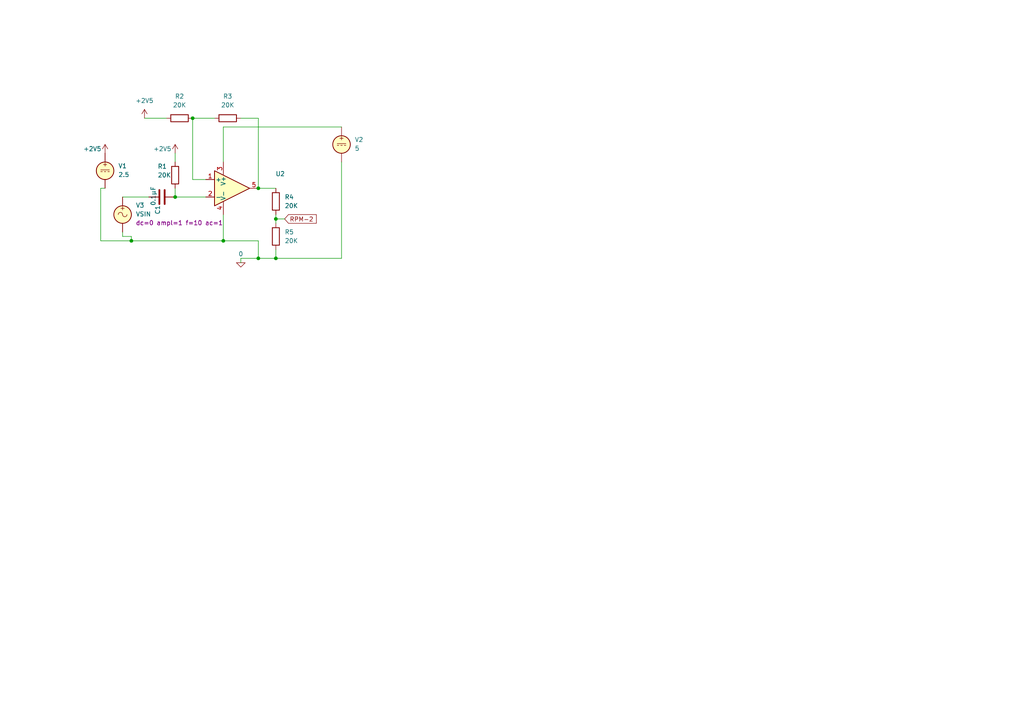
<source format=kicad_sch>
(kicad_sch (version 20230121) (generator eeschema)
  (paper "A4")
  (lib_symbols
    (symbol "Device:C" (pin_numbers hide) (pin_names (offset 0.254))
      (property "Reference" "C" (at 0.635 2.54 0))
      (property "Value" "C" (at 0.635 -2.54 0))
      (symbol "C_0_1"
        (polyline (pts (xy -2.032 -0.762) (xy 2.032 -0.762)) (stroke (width 0.508)))
        (polyline (pts (xy -2.032 0.762) (xy 2.032 0.762)) (stroke (width 0.508)))
      )
      (symbol "C_1_1"
        (pin passive line (at 0 3.81 270) (length 2.794) (name "~") (number "1"))
        (pin passive line (at 0 -3.81 90) (length 2.794) (name "~") (number "2"))
      )
    )
    (symbol "Device:R" (pin_numbers hide) (pin_names (offset 0))
      (property "Reference" "R" (at 2.032 0 90))
      (property "Value" "R" (at 0 0 90))
      (symbol "R_0_1"
        (rectangle (start -1.016 -2.54) (end 1.016 2.54) (stroke (width 0.254)))
      )
      (symbol "R_1_1"
        (pin passive line (at 0 3.81 270) (length 1.27) (name "~") (number "1"))
        (pin passive line (at 0 -3.81 90) (length 1.27) (name "~") (number "2"))
      )
    )
    (symbol "Simulation_SPICE:0" (power) (pin_names (offset 0))
      (property "Value" "0" (at 0 -1.778 0))
      (symbol "0_0_1"
        (polyline (pts (xy -1.27 0) (xy 0 -1.27) (xy 1.27 0) (xy -1.27 0)))
      )
      (symbol "0_1_1"
        (pin power_in line (at 0 0 0) (length 0) hide (name "0") (number "1"))
      )
    )
    (symbol "Simulation_SPICE:OPAMP" (pin_names (offset 0.254))
      (property "Reference" "U" (at 3.81 3.175 0))
      (property "Value" "${SIM.PARAMS}" (at 3.81 -3.175 0))
      (symbol "OPAMP_0_1"
        (polyline (pts (xy 5.08 0) (xy -5.08 5.08) (xy -5.08 -5.08) (xy 5.08 0)) (stroke (width 0.254)) (fill (type background)))
      )
      (symbol "OPAMP_1_1"
        (pin input line (at -7.62 2.54 0) (length 2.54) (name "+") (number "1"))
        (pin input line (at -7.62 -2.54 0) (length 2.54) (name "-") (number "2"))
        (pin power_in line (at -2.54 7.62 270) (length 3.81) (name "V+") (number "3"))
        (pin power_in line (at -2.54 -7.62 90) (length 3.81) (name "V-") (number "4"))
        (pin output line (at 7.62 0 180) (length 2.54) (name "~") (number "5"))
      )
    )
    (symbol "Simulation_SPICE:VDC" (pin_numbers hide) (pin_names (offset 0.0254))
      (property "Reference" "V" (at 2.54 2.54 0))
      (property "Value" "1" (at 2.54 0 0))
      (symbol "VDC_0_0"
        (polyline (pts (xy -1.27 0.254) (xy 1.27 0.254)))
        (polyline (pts (xy -0.762 -0.254) (xy -1.27 -0.254)))
        (polyline (pts (xy 0.254 -0.254) (xy -0.254 -0.254)))
        (polyline (pts (xy 1.27 -0.254) (xy 0.762 -0.254)))
        (text "+" (at 0 1.905 0) (effects (font (size 1.27 1.27))))
      )
      (symbol "VDC_0_1"
        (circle (center 0 0) (radius 2.54) (stroke (width 0.254)) (fill (type background)))
      )
      (symbol "VDC_1_1"
        (pin passive line (at 0 5.08 270) (length 2.54) (name "~") (number "1"))
        (pin passive line (at 0 -5.08 90) (length 2.54) (name "~") (number "2"))
      )
    )
    (symbol "Simulation_SPICE:VSIN" (pin_numbers hide) (pin_names (offset 0.0254))
      (property "Reference" "V" (at 2.54 2.54 0))
      (property "Value" "VSIN" (at 2.54 0 0))
      (property "Sim.Params" "dc=0 ampl=1 f=1k ac=1" (at 2.54 -2.54 0))
      (symbol "VSIN_0_0"
        (arc (start 0 0) (mid -0.635 0.6323) (end -1.27 0))
        (arc (start 0 0) (mid 0.635 -0.6323) (end 1.27 0))
        (text "+" (at 0 1.905 0) (effects (font (size 1.27 1.27))))
      )
      (symbol "VSIN_0_1"
        (circle (center 0 0) (radius 2.54) (stroke (width 0.254)) (fill (type background)))
      )
      (symbol "VSIN_1_1"
        (pin passive line (at 0 5.08 270) (length 2.54) (name "~") (number "1"))
        (pin passive line (at 0 -5.08 90) (length 2.54) (name "~") (number "2"))
      )
    )
    (symbol "power:+2V5" (power) (pin_names (offset 0))
      (property "Value" "+2V5" (at 0 3.556 0))
      (symbol "+2V5_0_1"
        (polyline (pts (xy -0.762 1.27) (xy 0 2.54)))
        (polyline (pts (xy 0 0) (xy 0 2.54)))
        (polyline (pts (xy 0 2.54) (xy 0.762 1.27)))
      )
      (symbol "+2V5_1_1"
        (pin power_in line (at 0 0 90) (length 0) hide (name "+2V5") (number "1"))
      )
    )
  )
  (junction (at 55.88 34.29))
  (junction (at 80.01 63.5))
  (junction (at 80.01 74.93))
  (junction (at 38.1 69.85))
  (junction (at 64.77 69.85))
  (junction (at 74.93 74.93))
  (junction (at 50.8 57.15))
  (junction (at 74.93 54.61))
  (wire (pts (xy 55.88 52.07) (xy 55.88 34.29)))
  (wire (pts (xy 80.01 74.93) (xy 80.01 72.39)))
  (wire (pts (xy 99.06 36.83) (xy 64.77 36.83)))
  (wire (pts (xy 69.85 76.2) (xy 69.85 74.93)))
  (wire (pts (xy 35.56 68.58) (xy 35.56 67.31)))
  (wire (pts (xy 74.93 69.85) (xy 74.93 74.93)))
  (wire (pts (xy 35.56 68.58) (xy 38.1 68.58)))
  (wire (pts (xy 74.93 34.29) (xy 74.93 54.61)))
  (wire (pts (xy 99.06 46.99) (xy 99.06 74.93)))
  (wire (pts (xy 80.01 63.5) (xy 82.55 63.5)))
  (wire (pts (xy 64.77 36.83) (xy 64.77 46.99)))
  (wire (pts (xy 29.21 54.61) (xy 30.48 54.61)))
  (wire (pts (xy 69.85 34.29) (xy 74.93 34.29)))
  (wire (pts (xy 29.21 69.85) (xy 38.1 69.85)))
  (wire (pts (xy 69.85 74.93) (xy 74.93 74.93)))
  (wire (pts (xy 80.01 63.5) (xy 80.01 64.77)))
  (wire (pts (xy 38.1 69.85) (xy 38.1 68.58)))
  (wire (pts (xy 99.06 74.93) (xy 80.01 74.93)))
  (wire (pts (xy 64.77 62.23) (xy 64.77 69.85)))
  (wire (pts (xy 38.1 69.85) (xy 64.77 69.85)))
  (wire (pts (xy 74.93 74.93) (xy 80.01 74.93)))
  (wire (pts (xy 35.56 57.15) (xy 43.18 57.15)))
  (wire (pts (xy 29.21 54.61) (xy 29.21 69.85)))
  (wire (pts (xy 41.91 34.29) (xy 48.26 34.29)))
  (wire (pts (xy 64.77 69.85) (xy 74.93 69.85)))
  (wire (pts (xy 80.01 62.23) (xy 80.01 63.5)))
  (wire (pts (xy 55.88 34.29) (xy 62.23 34.29)))
  (wire (pts (xy 74.93 54.61) (xy 80.01 54.61)))
  (wire (pts (xy 50.8 57.15) (xy 59.69 57.15)))
  (wire (pts (xy 59.69 52.07) (xy 55.88 52.07)))
  (wire (pts (xy 50.8 54.61) (xy 50.8 57.15)))
  (wire (pts (xy 50.8 46.99) (xy 50.8 44.45)))
  (global_label "RPM-2" (shape input) (at 82.55 63.5 0) (property "Intersheetrefs" "${INTERSHEET_REFS}" (effects hide)))
  (symbol (lib_id "Simulation_SPICE:0") (at 69.85 76.2 0) (unit 1)
    (property "Reference" "#GND01" (effects hide))
    (property "Value" "0" (at 69.85 73.66 0))
  )
  (symbol (lib_id "Simulation_SPICE:VSIN") (at 35.56 62.23 0) (unit 1)
    (property "Reference" "V3" (at 39.37 59.5602 0) (effects (justify left)))
    (property "Value" "VSIN" (at 39.37 62.1002 0) (effects (justify left)))
    (property "Sim.Pins" "1=+ 2=-" (effects hide))
    (property "Sim.Params" "dc=0 ampl=1 f=10 ac=1" (at 39.37 64.6402 0) (effects (justify left)))
    (property "Sim.Type" "SIN" (effects hide))
    (property "Sim.Device" "V" (effects hide))
  )
  (symbol (lib_id "Device:R") (at 80.01 58.42 180) (unit 1)
    (property "Reference" "R4" (at 82.55 57.1499 0) (effects (justify right)))
    (property "Value" "20K" (at 82.55 59.6899 0) (effects (justify right)))
    (property "Footprint" "Resistor_SMD:R_0603_1608Metric" (effects hide))
  )
  (symbol (lib_id "Simulation_SPICE:VDC") (at 30.48 49.53 0) (unit 1)
    (property "Reference" "V1" (at 34.29 48.1302 0) (effects (justify left)))
    (property "Value" "2.5" (at 34.29 50.6702 0) (effects (justify left)))
    (property "Sim.Pins" "1=+ 2=-" (effects hide))
    (property "Sim.Type" "DC" (effects hide))
    (property "Sim.Device" "V" (effects hide))
  )
  (symbol (lib_id "Device:R") (at 80.01 68.58 180) (unit 1)
    (property "Reference" "R5" (at 82.55 67.3099 0) (effects (justify right)))
    (property "Value" "20K" (at 82.55 69.8499 0) (effects (justify right)))
    (property "Footprint" "Resistor_SMD:R_0603_1608Metric" (effects hide))
  )
  (symbol (lib_id "Device:C") (at 46.99 57.15 90) (unit 1)
    (property "Reference" "C1" (at 45.72 62.23 0) (effects (justify left)))
    (property "Value" "0.1µF" (at 44.45 59.69 0) (effects (justify left)))
    (property "Footprint" "Capacitor_SMD:C_0603_1608Metric" (effects hide))
  )
  (symbol (lib_id "Device:R") (at 52.07 34.29 90) (unit 1)
    (property "Reference" "R2" (at 52.07 27.94 90))
    (property "Value" "20K" (at 52.07 30.48 90))
    (property "Footprint" "Resistor_SMD:R_0603_1608Metric" (effects hide))
  )
  (symbol (lib_id "Device:R") (at 66.04 34.29 90) (unit 1)
    (property "Reference" "R3" (at 66.04 27.94 90))
    (property "Value" "20K" (at 66.04 30.48 90))
    (property "Footprint" "Resistor_SMD:R_0603_1608Metric" (effects hide))
  )
  (symbol (lib_id "power:+2V5") (at 50.8 44.45 0) (unit 1)
    (property "Reference" "#PWR02" (effects hide))
    (property "Value" "+2V5" (at 44.45 43.18 0) (effects (justify left)))
  )
  (symbol (lib_id "Simulation_SPICE:OPAMP") (at 67.31 54.61 0) (unit 1)
    (property "Reference" "U2" (at 81.28 50.4191 0))
    (property "Value" "${SIM.PARAMS}" (at 81.28 52.9591 0))
    (property "Sim.Pins" "1=in+ 2=in- 3=vcc 4=vee 5=out" (effects hide))
    (property "Sim.Device" "SUBCKT" (effects hide))
    (property "Sim.Library" "${KICAD7_SYMBOL_DIR}/Simulation_SPICE.sp" (effects hide))
    (property "Sim.Name" "kicad_builtin_opamp" (effects hide))
  )
  (symbol (lib_id "power:+2V5") (at 30.48 44.45 0) (unit 1)
    (property "Reference" "#PWR03" (effects hide))
    (property "Value" "+2V5" (at 24.13 43.18 0) (effects (justify left)))
  )
  (symbol (lib_id "Device:R") (at 50.8 50.8 0) (unit 1)
    (property "Reference" "R1" (at 45.72 48.26 0) (effects (justify left)))
    (property "Value" "20K" (at 45.72 50.8 0) (effects (justify left)))
    (property "Footprint" "Resistor_SMD:R_0603_1608Metric" (effects hide))
  )
  (symbol (lib_id "Simulation_SPICE:VDC") (at 99.06 41.91 0) (unit 1)
    (property "Reference" "V2" (at 102.87 40.5102 0) (effects (justify left)))
    (property "Value" "5" (at 102.87 43.0502 0) (effects (justify left)))
    (property "Sim.Pins" "1=+ 2=-" (effects hide))
    (property "Sim.Type" "DC" (effects hide))
    (property "Sim.Device" "V" (effects hide))
  )
  (symbol (lib_id "power:+2V5") (at 41.91 34.29 0) (unit 1)
    (property "Reference" "#PWR01" (effects hide))
    (property "Value" "+2V5" (at 41.91 29.21 0))
  )
)
</source>
